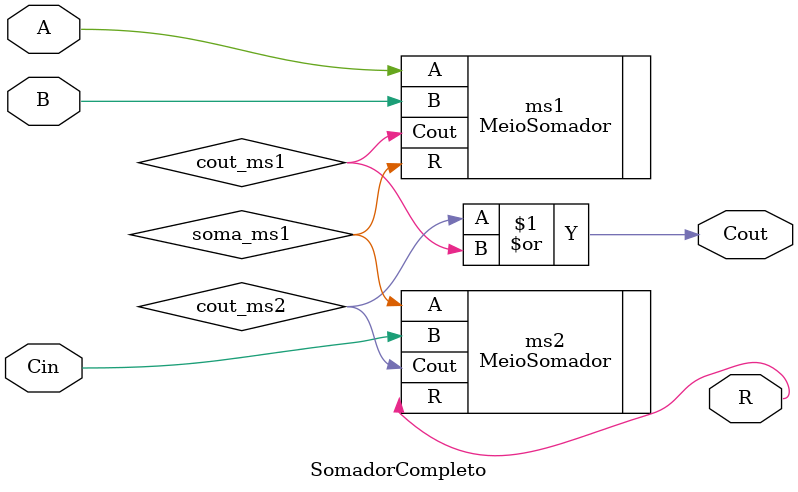
<source format=v>





module SomadorCompleto (A, B, Cin, R, Cout);

    //Declaração das portas -----------
    input wire A, B, Cin;
    output wire R, Cout;

    //---------------------------------

    //Fios internos intermediários ----
    wire soma_ms1;
    wire cout_ms1;

    wire cout_ms2;

    //---------------------------------

    //Lógica estrutural ----------------------------------------------
    MeioSomador ms1 (.A(A), .B(B), .R(soma_ms1), .Cout(cout_ms1));
    MeioSomador ms2 (.A(soma_ms1), .B(Cin), .R(R), .Cout(cout_ms2));

    or OR1 (Cout, cout_ms2, cout_ms1);

    //----------------------------------------------------------------

    //Fim do módulo


endmodule


</source>
